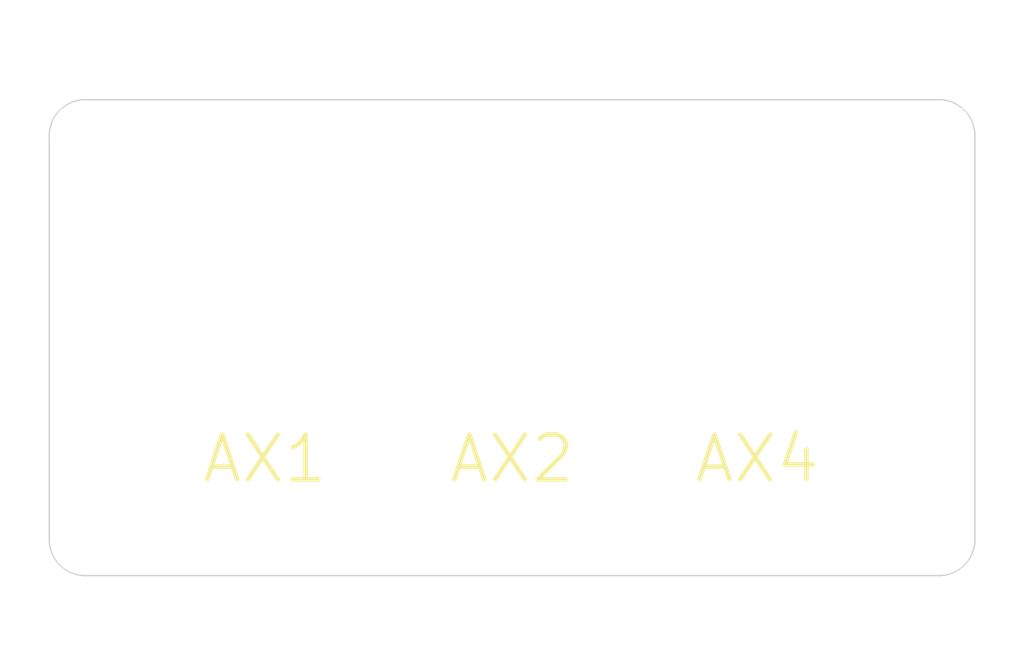
<source format=kicad_pcb>
(kicad_pcb (version 20171130) (host pcbnew 5.0.2+dfsg1-1)

  (general
    (thickness 1.6)
    (drawings 12)
    (tracks 0)
    (zones 0)
    (modules 7)
    (nets 1)
  )

  (page A4)
  (layers
    (0 F.Cu signal)
    (31 B.Cu signal)
    (32 B.Adhes user)
    (33 F.Adhes user)
    (34 B.Paste user)
    (35 F.Paste user)
    (36 B.SilkS user)
    (37 F.SilkS user)
    (38 B.Mask user)
    (39 F.Mask user)
    (40 Dwgs.User user)
    (41 Cmts.User user)
    (42 Eco1.User user)
    (43 Eco2.User user)
    (44 Edge.Cuts user)
    (45 Margin user)
    (46 B.CrtYd user)
    (47 F.CrtYd user)
    (48 B.Fab user)
    (49 F.Fab user)
  )

  (setup
    (last_trace_width 0.25)
    (trace_clearance 0.2)
    (zone_clearance 0.508)
    (zone_45_only no)
    (trace_min 0.2)
    (segment_width 0.2)
    (edge_width 0.15)
    (via_size 0.8)
    (via_drill 0.4)
    (via_min_size 0.4)
    (via_min_drill 0.3)
    (uvia_size 0.3)
    (uvia_drill 0.1)
    (uvias_allowed no)
    (uvia_min_size 0.2)
    (uvia_min_drill 0.1)
    (pcb_text_width 0.3)
    (pcb_text_size 1.5 1.5)
    (mod_edge_width 0.15)
    (mod_text_size 1 1)
    (mod_text_width 0.15)
    (pad_size 4.2 4.2)
    (pad_drill 4.2)
    (pad_to_mask_clearance 0.051)
    (solder_mask_min_width 0.25)
    (aux_axis_origin 0 0)
    (visible_elements FFFFFF7F)
    (pcbplotparams
      (layerselection 0x01030_ffffffff)
      (usegerberextensions false)
      (usegerberattributes false)
      (usegerberadvancedattributes false)
      (creategerberjobfile false)
      (excludeedgelayer true)
      (linewidth 0.100000)
      (plotframeref false)
      (viasonmask false)
      (mode 1)
      (useauxorigin false)
      (hpglpennumber 1)
      (hpglpenspeed 20)
      (hpglpendiameter 15.000000)
      (psnegative false)
      (psa4output false)
      (plotreference true)
      (plotvalue true)
      (plotinvisibletext false)
      (padsonsilk false)
      (subtractmaskfromsilk false)
      (outputformat 1)
      (mirror false)
      (drillshape 0)
      (scaleselection 1)
      (outputdirectory "../project_outputs/end_plate_drv/"))
  )

  (net 0 "")

  (net_class Default "Это класс цепей по умолчанию."
    (clearance 0.2)
    (trace_width 0.25)
    (via_dia 0.8)
    (via_drill 0.4)
    (uvia_dia 0.3)
    (uvia_drill 0.1)
  )

  (module footprints:NC5MBH_flange (layer F.Cu) (tedit 5F8EBBF4) (tstamp 5F8EBD09)
    (at 178.5 86.14)
    (fp_text reference AX4 (at 0.28 3.86) (layer F.SilkS)
      (effects (font (size 5 5) (thickness 0.5)))
    )
    (fp_text value NC5MBH_flange (at 0 -25) (layer F.Fab)
      (effects (font (size 1 1) (thickness 0.15)))
    )
    (pad "" np_thru_hole circle (at 9.9 -2.6) (size 3.2 3.2) (drill 3.2) (layers *.Cu *.Mask))
    (pad "" np_thru_hole circle (at -9.9 -22.4) (size 3.2 3.2) (drill 3.2) (layers *.Cu *.Mask))
    (pad "" np_thru_hole circle (at 0 -12.5) (size 22 22) (drill 22) (layers *.Cu *.Mask))
  )

  (module footprints:NC5MBH_flange (layer F.Cu) (tedit 5F8EBC12) (tstamp 5F8EBCDF)
    (at 124.5 86.14)
    (fp_text reference AX1 (at -0.5 3.86) (layer F.SilkS)
      (effects (font (size 5 5) (thickness 0.5)))
    )
    (fp_text value NC5MBH_flange (at 0 -25) (layer F.Fab)
      (effects (font (size 1 1) (thickness 0.15)))
    )
    (pad "" np_thru_hole circle (at 0 -12.5) (size 22 22) (drill 22) (layers *.Cu *.Mask))
    (pad "" np_thru_hole circle (at -9.9 -22.4) (size 3.2 3.2) (drill 3.2) (layers *.Cu *.Mask))
    (pad "" np_thru_hole circle (at 9.9 -2.6) (size 3.2 3.2) (drill 3.2) (layers *.Cu *.Mask))
  )

  (module MountingHole:MountingHole_4.3mm_M4 (layer F.Cu) (tedit 5F8EA9CF) (tstamp 5F8EB604)
    (at 199 54)
    (descr "Mounting Hole 4.3mm, no annular, M4")
    (tags "mounting hole 4.3mm no annular m4")
    (attr virtual)
    (fp_text reference REF** (at 0 -5.3) (layer F.SilkS) hide
      (effects (font (size 1 1) (thickness 0.15)))
    )
    (fp_text value MountingHole_4.3mm_M4 (at 0 5.3) (layer F.Fab)
      (effects (font (size 1 1) (thickness 0.15)))
    )
    (fp_text user %R (at 0.3 0) (layer F.Fab)
      (effects (font (size 1 1) (thickness 0.15)))
    )
    (fp_circle (center 0 0) (end 4.3 0) (layer Cmts.User) (width 0.15))
    (fp_circle (center 0 0) (end 4.55 0) (layer F.CrtYd) (width 0.05))
    (pad "" np_thru_hole circle (at 0 0) (size 4.2 4.2) (drill 4.2) (layers *.Cu *.Mask))
  )

  (module MountingHole:MountingHole_4.3mm_M4 (layer F.Cu) (tedit 5F8EA9CF) (tstamp 5F8EB5F2)
    (at 199 99)
    (descr "Mounting Hole 4.3mm, no annular, M4")
    (tags "mounting hole 4.3mm no annular m4")
    (attr virtual)
    (fp_text reference REF** (at 0 -5.3) (layer F.SilkS) hide
      (effects (font (size 1 1) (thickness 0.15)))
    )
    (fp_text value MountingHole_4.3mm_M4 (at 0 5.3) (layer F.Fab)
      (effects (font (size 1 1) (thickness 0.15)))
    )
    (fp_circle (center 0 0) (end 4.55 0) (layer F.CrtYd) (width 0.05))
    (fp_circle (center 0 0) (end 4.3 0) (layer Cmts.User) (width 0.15))
    (fp_text user %R (at 0.3 0) (layer F.Fab)
      (effects (font (size 1 1) (thickness 0.15)))
    )
    (pad "" np_thru_hole circle (at 0 0) (size 4.2 4.2) (drill 4.2) (layers *.Cu *.Mask))
  )

  (module MountingHole:MountingHole_4.3mm_M4 (layer F.Cu) (tedit 5F8EA9CF) (tstamp 5F8EB5CC)
    (at 104 99)
    (descr "Mounting Hole 4.3mm, no annular, M4")
    (tags "mounting hole 4.3mm no annular m4")
    (attr virtual)
    (fp_text reference REF** (at 0 -5.3) (layer F.SilkS) hide
      (effects (font (size 1 1) (thickness 0.15)))
    )
    (fp_text value MountingHole_4.3mm_M4 (at 0 5.3) (layer F.Fab)
      (effects (font (size 1 1) (thickness 0.15)))
    )
    (fp_text user %R (at 0.3 0) (layer F.Fab)
      (effects (font (size 1 1) (thickness 0.15)))
    )
    (fp_circle (center 0 0) (end 4.3 0) (layer Cmts.User) (width 0.15))
    (fp_circle (center 0 0) (end 4.55 0) (layer F.CrtYd) (width 0.05))
    (pad "" np_thru_hole circle (at 0 0) (size 4.2 4.2) (drill 4.2) (layers *.Cu *.Mask))
  )

  (module MountingHole:MountingHole_4.3mm_M4 (layer F.Cu) (tedit 5F8EA9CF) (tstamp 5F8EB5A1)
    (at 104 54)
    (descr "Mounting Hole 4.3mm, no annular, M4")
    (tags "mounting hole 4.3mm no annular m4")
    (attr virtual)
    (fp_text reference REF** (at 0 -5.3) (layer F.SilkS) hide
      (effects (font (size 1 1) (thickness 0.15)))
    )
    (fp_text value MountingHole_4.3mm_M4 (at 0 5.3) (layer F.Fab)
      (effects (font (size 1 1) (thickness 0.15)))
    )
    (fp_circle (center 0 0) (end 4.55 0) (layer F.CrtYd) (width 0.05))
    (fp_circle (center 0 0) (end 4.3 0) (layer Cmts.User) (width 0.15))
    (fp_text user %R (at 0.3 0) (layer F.Fab)
      (effects (font (size 1 1) (thickness 0.15)))
    )
    (pad "" np_thru_hole circle (at 0 0) (size 4.2 4.2) (drill 4.2) (layers *.Cu *.Mask))
  )

  (module footprints:NC5MBH_flange (layer F.Cu) (tedit 5F8EBC04) (tstamp 5F8EBC82)
    (at 151.5 86.14)
    (fp_text reference AX2 (at 0 3.86) (layer F.SilkS)
      (effects (font (size 5 5) (thickness 0.5)))
    )
    (fp_text value NC5MBH_flange (at 0 -25) (layer F.Fab)
      (effects (font (size 1 1) (thickness 0.15)))
    )
    (pad "" np_thru_hole circle (at 9.9 -2.6) (size 3.2 3.2) (drill 3.2) (layers *.Cu *.Mask))
    (pad "" np_thru_hole circle (at -9.9 -22.4) (size 3.2 3.2) (drill 3.2) (layers *.Cu *.Mask))
    (pad "" np_thru_hole circle (at 0 -12.5) (size 22 22) (drill 22) (layers *.Cu *.Mask))
  )

  (gr_line (start 151.5 85.64) (end 151.5 61.64) (layer F.Fab) (width 0.05) (tstamp 5F8EB747))
  (gr_line (start 151.5 39) (end 151.5 112) (layer F.Fab) (width 0.2))
  (gr_line (start 100 86.14) (end 203 86.14) (layer F.Fab) (width 0.05) (tstamp 5F8EB67B))
  (gr_line (start 100 87.74) (end 203 87.74) (layer F.Fab) (width 0.05))
  (gr_arc (start 104 54) (end 104 50) (angle -90) (layer Edge.Cuts) (width 0.15) (tstamp 5F8EB651))
  (gr_arc (start 104 99) (end 100 99) (angle -90) (layer Edge.Cuts) (width 0.15) (tstamp 5F8EB633))
  (gr_arc (start 199 99) (end 199 103) (angle -90) (layer Edge.Cuts) (width 0.15) (tstamp 5F8EB633))
  (gr_arc (start 199 54) (end 203 54) (angle -90) (layer Edge.Cuts) (width 0.15))
  (gr_line (start 100 99) (end 100 54) (layer Edge.Cuts) (width 0.15))
  (gr_line (start 199 103) (end 104 103) (layer Edge.Cuts) (width 0.15))
  (gr_line (start 203 54) (end 203 99) (layer Edge.Cuts) (width 0.15))
  (gr_line (start 104 50) (end 199 50) (layer Edge.Cuts) (width 0.15))

)

</source>
